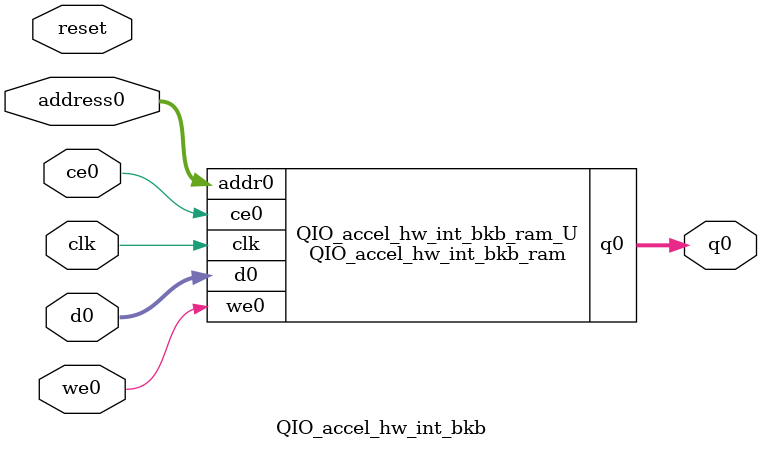
<source format=v>
`timescale 1 ns / 1 ps
module QIO_accel_hw_int_bkb_ram (addr0, ce0, d0, we0, q0,  clk);

parameter DWIDTH = 32;
parameter AWIDTH = 6;
parameter MEM_SIZE = 64;

input[AWIDTH-1:0] addr0;
input ce0;
input[DWIDTH-1:0] d0;
input we0;
output reg[DWIDTH-1:0] q0;
input clk;

(* ram_style = "block" *)reg [DWIDTH-1:0] ram[0:MEM_SIZE-1];




always @(posedge clk)  
begin 
    if (ce0) begin
        if (we0) 
            ram[addr0] <= d0; 
        q0 <= ram[addr0];
    end
end


endmodule

`timescale 1 ns / 1 ps
module QIO_accel_hw_int_bkb(
    reset,
    clk,
    address0,
    ce0,
    we0,
    d0,
    q0);

parameter DataWidth = 32'd32;
parameter AddressRange = 32'd64;
parameter AddressWidth = 32'd6;
input reset;
input clk;
input[AddressWidth - 1:0] address0;
input ce0;
input we0;
input[DataWidth - 1:0] d0;
output[DataWidth - 1:0] q0;



QIO_accel_hw_int_bkb_ram QIO_accel_hw_int_bkb_ram_U(
    .clk( clk ),
    .addr0( address0 ),
    .ce0( ce0 ),
    .we0( we0 ),
    .d0( d0 ),
    .q0( q0 ));

endmodule


</source>
